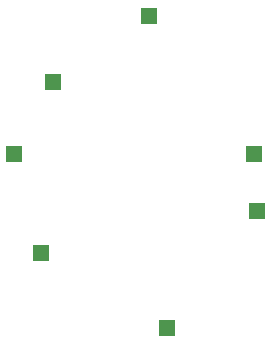
<source format=gbs>
G04 #@! TF.GenerationSoftware,KiCad,Pcbnew,5.0.0-rc2-unknown-2d812c2~65~ubuntu16.04.1*
G04 #@! TF.CreationDate,2018-05-23T18:43:55-05:00*
G04 #@! TF.ProjectId,mems_tdk,6D656D735F74646B2E6B696361645F70,1.0*
G04 #@! TF.SameCoordinates,Original*
G04 #@! TF.FileFunction,Soldermask,Bot*
G04 #@! TF.FilePolarity,Negative*
%FSLAX46Y46*%
G04 Gerber Fmt 4.6, Leading zero omitted, Abs format (unit mm)*
G04 Created by KiCad (PCBNEW 5.0.0-rc2-unknown-2d812c2~65~ubuntu16.04.1) date Wed May 23 18:43:55 2018*
%MOMM*%
%LPD*%
G01*
G04 APERTURE LIST*
%ADD10R,1.350000X1.350000*%
G04 APERTURE END LIST*
D10*
G04 #@! TO.C,J1*
X156464000Y-88138000D03*
G04 #@! TD*
G04 #@! TO.C,J2*
X145034000Y-99822000D03*
G04 #@! TD*
G04 #@! TO.C,J3*
X148336000Y-93726000D03*
G04 #@! TD*
G04 #@! TO.C,J4*
X165354000Y-99822000D03*
G04 #@! TD*
G04 #@! TO.C,J5*
X165608000Y-104648000D03*
G04 #@! TD*
G04 #@! TO.C,J6*
X147320000Y-108204000D03*
G04 #@! TD*
G04 #@! TO.C,J7*
X157988000Y-114554000D03*
G04 #@! TD*
M02*

</source>
